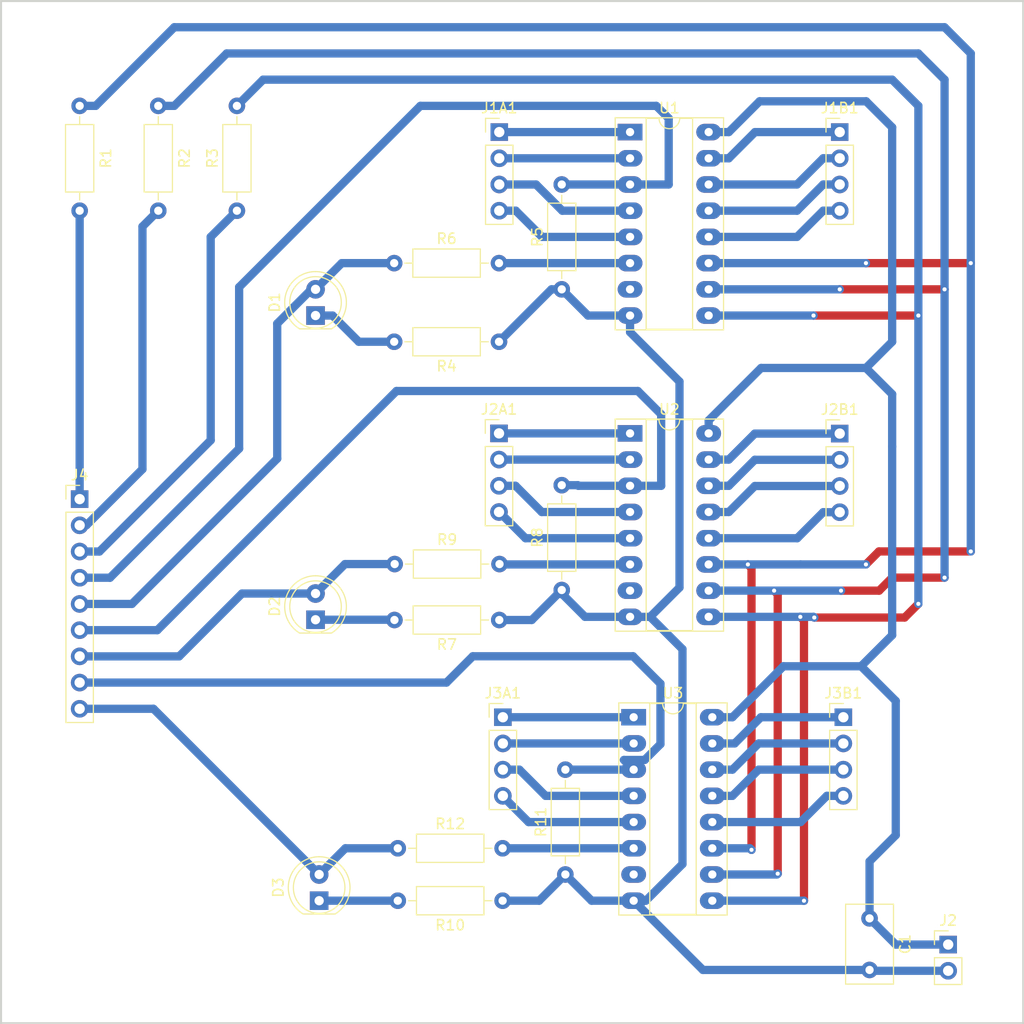
<source format=kicad_pcb>
(kicad_pcb (version 20211014) (generator pcbnew)
  (layers (0 "F.Cu" signal) (31 "B.Cu" signal) (34 "B.Paste" user) (35 "F.Paste" user) (36 "B.SilkS" user "B.Silkscreen") (37 "F.SilkS" user "F.Silkscreen") (38 "B.Mask" user) (39 "F.Mask" user) (44 "Edge.Cuts" user))
  (net 0 "")
  (net 1 "+5V")
  (net 2 "GND")
  (net 3 "Net-(D1-Pad1)")
  (net 4 "J4_U1_INH")
  (net 5 "Net-(D2-Pad1)")
  (net 6 "J4_U2_INH")
  (net 7 "Net-(D3-Pad1)")
  (net 8 "J4_U3_INH")
  (net 9 "J1_X0")
  (net 10 "J1_X1")
  (net 11 "J1_X2")
  (net 12 "J1_X3")
  (net 13 "J1_X4")
  (net 14 "J1_X5")
  (net 15 "J1_X6")
  (net 16 "J1_X7")
  (net 17 "J2_X0")
  (net 18 "J2_X1")
  (net 19 "J2_X2")
  (net 20 "J2_X3")
  (net 21 "J2_X4")
  (net 22 "J2_X5")
  (net 23 "J2_X6")
  (net 24 "J2_X7")
  (net 25 "J3_X0")
  (net 26 "J3_X1")
  (net 27 "J3_X2")
  (net 28 "J3_X3")
  (net 29 "J3_X4")
  (net 30 "J3_X5")
  (net 31 "J3_X6")
  (net 32 "J3_X7")
  (net 33 "J4_A")
  (net 34 "J4_B")
  (net 35 "J4_C")
  (net 36 "J4_U1_X")
  (net 37 "J4_U2_X")
  (net 38 "J4_U3_X")
  (net 39 "Net-(R3-Pad2)")
  (net 40 "Net-(R6-Pad2)")
  (net 41 "Net-(R12-Pad2)")
  (net 45 "Net-(R1-Pad2)")
  (net 46 "Net-(R2-Pad2)")
  (net 47 "Net-(R9-Pad2)")
  (footprint "Resistor_THT:R_Axial_DIN0207_L6.3mm_D2.5mm_P10.16mm_Horizontal" (layer "F.Cu") (at 171.530135 135.448895 90)
    (fp_text reference "R11" (at 5.08 -2.37 90) (layer "F.SilkS"))
    (fp_text value "R10K")
    (pad "1" thru_hole circle locked (at 0 0 90) (size 1.6 1.6) (drill 0.8) (layers *.Cu *.Mask) (net 2 "GND"))
    (pad "2" thru_hole oval locked (at 10.16 0 90) (size 1.6 1.6) (drill 0.8) (layers *.Cu *.Mask) (net 38 "J4_U3_X"))
  )
  (footprint "Connector_PinHeader_2.54mm:PinHeader_1x04_P2.54mm_Vertical" (layer "F.Cu") (at 165.475135 120.208895)
    (fp_text reference "J3A1" (at 0 -2.33) (layer "F.SilkS"))
    (fp_text value "Conn_01x04_Male")
    (pad "1" thru_hole rect locked (at 0 0) (size 1.7 1.7) (drill 1) (layers *.Cu *.Mask) (net 29 "J3_X4"))
    (pad "2" thru_hole oval locked (at 0 2.54) (size 1.7 1.7) (drill 1) (layers *.Cu *.Mask) (net 31 "J3_X6"))
    (pad "3" thru_hole oval locked (at 0 5.08) (size 1.7 1.7) (drill 1) (layers *.Cu *.Mask) (net 32 "J3_X7"))
    (pad "4" thru_hole oval locked (at 0 7.62) (size 1.7 1.7) (drill 1) (layers *.Cu *.Mask) (net 30 "J3_X5"))
  )
  (footprint "Package_DIP:DIP-16_W7.62mm_Socket_LongPads" (layer "F.Cu") (at 177.8 63.5)
    (fp_text reference "U1" (at 3.81 -2.33) (layer "F.SilkS"))
    (fp_text value "CD4051B")
    (pad "1" thru_hole rect locked (at 0 0) (size 2.4 1.6) (drill 0.8) (layers *.Cu *.Mask) (net 13 "J1_X4"))
    (pad "2" thru_hole oval locked (at 0 2.54) (size 2.4 1.6) (drill 0.8) (layers *.Cu *.Mask) (net 15 "J1_X6"))
    (pad "3" thru_hole oval locked (at 0 5.08) (size 2.4 1.6) (drill 0.8) (layers *.Cu *.Mask) (net 36 "J4_U1_X"))
    (pad "4" thru_hole oval locked (at 0 7.62) (size 2.4 1.6) (drill 0.8) (layers *.Cu *.Mask) (net 16 "J1_X7"))
    (pad "5" thru_hole oval locked (at 0 10.16) (size 2.4 1.6) (drill 0.8) (layers *.Cu *.Mask) (net 14 "J1_X5"))
    (pad "6" thru_hole oval locked (at 0 12.7) (size 2.4 1.6) (drill 0.8) (layers *.Cu *.Mask) (net 40 "Net-(R6-Pad2)"))
    (pad "7" thru_hole oval locked (at 0 15.24) (size 2.4 1.6) (drill 0.8) (layers *.Cu *.Mask))
    (pad "8" thru_hole oval locked (at 0 17.78) (size 2.4 1.6) (drill 0.8) (layers *.Cu *.Mask) (net 2 "GND"))
    (pad "9" thru_hole oval locked (at 7.62 17.78) (size 2.4 1.6) (drill 0.8) (layers *.Cu *.Mask) (net 39 "Net-(R3-Pad2)"))
    (pad "10" thru_hole oval locked (at 7.62 15.24) (size 2.4 1.6) (drill 0.8) (layers *.Cu *.Mask) (net 46 "Net-(R2-Pad2)"))
    (pad "11" thru_hole oval locked (at 7.62 12.7) (size 2.4 1.6) (drill 0.8) (layers *.Cu *.Mask) (net 45 "Net-(R1-Pad2)"))
    (pad "12" thru_hole oval locked (at 7.62 10.16) (size 2.4 1.6) (drill 0.8) (layers *.Cu *.Mask) (net 12 "J1_X3"))
    (pad "13" thru_hole oval locked (at 7.62 7.62) (size 2.4 1.6) (drill 0.8) (layers *.Cu *.Mask) (net 9 "J1_X0"))
    (pad "14" thru_hole oval locked (at 7.62 5.08) (size 2.4 1.6) (drill 0.8) (layers *.Cu *.Mask) (net 10 "J1_X1"))
    (pad "15" thru_hole oval locked (at 7.62 2.54) (size 2.4 1.6) (drill 0.8) (layers *.Cu *.Mask) (net 11 "J1_X2"))
    (pad "16" thru_hole oval locked (at 7.62 0) (size 2.4 1.6) (drill 0.8) (layers *.Cu *.Mask) (net 1 "+5V"))
  )
  (footprint "Connector_PinHeader_2.54mm:PinHeader_1x04_P2.54mm_Vertical" (layer "F.Cu") (at 165.1 92.7)
    (fp_text reference "J2A1" (at 0 -2.33) (layer "F.SilkS"))
    (fp_text value "Conn_01x04_Male")
    (pad "1" thru_hole rect locked (at 0 0) (size 1.7 1.7) (drill 1) (layers *.Cu *.Mask) (net 21 "J2_X4"))
    (pad "2" thru_hole oval locked (at 0 2.54) (size 1.7 1.7) (drill 1) (layers *.Cu *.Mask) (net 23 "J2_X6"))
    (pad "3" thru_hole oval locked (at 0 5.08) (size 1.7 1.7) (drill 1) (layers *.Cu *.Mask) (net 24 "J2_X7"))
    (pad "4" thru_hole oval locked (at 0 7.62) (size 1.7 1.7) (drill 1) (layers *.Cu *.Mask) (net 22 "J2_X5"))
  )
  (footprint "Resistor_THT:R_Axial_DIN0207_L6.3mm_D2.5mm_P10.16mm_Horizontal" (layer "F.Cu") (at 155.290135 132.908895)
    (fp_text reference "R12" (at 5.08 -2.37) (layer "F.SilkS"))
    (fp_text value "R1K")
    (pad "1" thru_hole circle locked (at 0 0) (size 1.6 1.6) (drill 0.8) (layers *.Cu *.Mask) (net 8 "J4_U3_INH"))
    (pad "2" thru_hole oval locked (at 10.16 0) (size 1.6 1.6) (drill 0.8) (layers *.Cu *.Mask) (net 41 "Net-(R12-Pad2)"))
  )
  (footprint "Resistor_THT:R_Axial_DIN0207_L6.3mm_D2.5mm_P10.16mm_Horizontal" (layer "F.Cu") (at 139.7 71.12 90)
    (fp_text reference "R3" (at 5.08 -2.37 90) (layer "F.SilkS"))
    (fp_text value "R1K")
    (pad "1" thru_hole circle locked (at 0 0 90) (size 1.6 1.6) (drill 0.8) (layers *.Cu *.Mask) (net 35 "J4_C"))
    (pad "2" thru_hole oval locked (at 10.16 0 90) (size 1.6 1.6) (drill 0.8) (layers *.Cu *.Mask) (net 39 "Net-(R3-Pad2)"))
  )
  (footprint "LED_THT:LED_D5.0mm" (layer "F.Cu") (at 147.32 81.28 90)
    (fp_text reference "D1" (at 1.27 -3.96 90) (layer "F.SilkS"))
    (fp_text value "LED")
    (pad "1" thru_hole rect locked (at 0 0 90) (size 1.8 1.8) (drill 0.9) (layers *.Cu *.Mask) (net 3 "Net-(D1-Pad1)"))
    (pad "2" thru_hole circle locked (at 2.54 0 90) (size 1.8 1.8) (drill 0.9) (layers *.Cu *.Mask) (net 4 "J4_U1_INH"))
  )
  (footprint "Connector_PinHeader_2.54mm:PinHeader_1x04_P2.54mm_Vertical" (layer "F.Cu") (at 165.125 63.5)
    (fp_text reference "J1A1" (at 0 -2.33) (layer "F.SilkS"))
    (fp_text value "Conn_01x04_Male")
    (pad "1" thru_hole rect locked (at 0 0) (size 1.7 1.7) (drill 1) (layers *.Cu *.Mask) (net 13 "J1_X4"))
    (pad "2" thru_hole oval locked (at 0 2.54) (size 1.7 1.7) (drill 1) (layers *.Cu *.Mask) (net 15 "J1_X6"))
    (pad "3" thru_hole oval locked (at 0 5.08) (size 1.7 1.7) (drill 1) (layers *.Cu *.Mask) (net 16 "J1_X7"))
    (pad "4" thru_hole oval locked (at 0 7.62) (size 1.7 1.7) (drill 1) (layers *.Cu *.Mask) (net 14 "J1_X5"))
  )
  (footprint "Resistor_THT:R_Axial_DIN0207_L6.3mm_D2.5mm_P10.16mm_Horizontal" (layer "F.Cu") (at 165.450135 137.988895 180)
    (fp_text reference "R10" (at 5.08 -2.37) (layer "F.SilkS"))
    (fp_text value "R2.2K")
    (pad "1" thru_hole circle locked (at 0 0 180) (size 1.6 1.6) (drill 0.8) (layers *.Cu *.Mask) (net 2 "GND"))
    (pad "2" thru_hole oval locked (at 10.16 0 180) (size 1.6 1.6) (drill 0.8) (layers *.Cu *.Mask) (net 7 "Net-(D3-Pad1)"))
  )
  (footprint "Resistor_THT:R_Axial_DIN0207_L6.3mm_D2.5mm_P10.16mm_Horizontal" (layer "F.Cu") (at 171.18 107.88 90)
    (fp_text reference "R8" (at 5.08 -2.37 90) (layer "F.SilkS"))
    (fp_text value "R10K")
    (pad "1" thru_hole circle locked (at 0 0 90) (size 1.6 1.6) (drill 0.8) (layers *.Cu *.Mask) (net 2 "GND"))
    (pad "2" thru_hole oval locked (at 10.16 0 90) (size 1.6 1.6) (drill 0.8) (layers *.Cu *.Mask) (net 37 "J4_U2_X"))
  )
  (footprint "Resistor_THT:R_Axial_DIN0207_L6.3mm_D2.5mm_P10.16mm_Horizontal" (layer "F.Cu") (at 124.46 71.12 90)
    (fp_text reference "R1" (at 5.08 2.54 90) (layer "F.SilkS"))
    (fp_text value "R1K")
    (pad "1" thru_hole circle locked (at 0 0 90) (size 1.6 1.6) (drill 0.8) (layers *.Cu *.Mask) (net 33 "J4_A"))
    (pad "2" thru_hole oval locked (at 10.16 0 90) (size 1.6 1.6) (drill 0.8) (layers *.Cu *.Mask) (net 45 "Net-(R1-Pad2)"))
  )
  (footprint "Resistor_THT:R_Axial_DIN0207_L6.3mm_D2.5mm_P10.16mm_Horizontal" (layer "F.Cu") (at 132.08 71.12 90)
    (fp_text reference "R2" (at 5.08 2.54 90) (layer "F.SilkS"))
    (fp_text value "R1K")
    (pad "1" thru_hole circle locked (at 0 0 90) (size 1.6 1.6) (drill 0.8) (layers *.Cu *.Mask) (net 34 "J4_B"))
    (pad "2" thru_hole oval locked (at 10.16 0 90) (size 1.6 1.6) (drill 0.8) (layers *.Cu *.Mask) (net 46 "Net-(R2-Pad2)"))
  )
  (footprint "Package_DIP:DIP-16_W7.62mm_Socket_LongPads" (layer "F.Cu") (at 178.150135 120.208895)
    (fp_text reference "U3" (at 3.81 -2.33) (layer "F.SilkS"))
    (fp_text value "CD4051B")
    (pad "1" thru_hole rect locked (at 0 0) (size 2.4 1.6) (drill 0.8) (layers *.Cu *.Mask) (net 29 "J3_X4"))
    (pad "2" thru_hole oval locked (at 0 2.54) (size 2.4 1.6) (drill 0.8) (layers *.Cu *.Mask) (net 31 "J3_X6"))
    (pad "3" thru_hole oval locked (at 0 5.08) (size 2.4 1.6) (drill 0.8) (layers *.Cu *.Mask) (net 38 "J4_U3_X"))
    (pad "4" thru_hole oval locked (at 0 7.62) (size 2.4 1.6) (drill 0.8) (layers *.Cu *.Mask) (net 32 "J3_X7"))
    (pad "5" thru_hole oval locked (at 0 10.16) (size 2.4 1.6) (drill 0.8) (layers *.Cu *.Mask) (net 30 "J3_X5"))
    (pad "6" thru_hole oval locked (at 0 12.7) (size 2.4 1.6) (drill 0.8) (layers *.Cu *.Mask) (net 41 "Net-(R12-Pad2)"))
    (pad "7" thru_hole oval locked (at 0 15.24) (size 2.4 1.6) (drill 0.8) (layers *.Cu *.Mask))
    (pad "8" thru_hole oval locked (at 0 17.78) (size 2.4 1.6) (drill 0.8) (layers *.Cu *.Mask) (net 2 "GND"))
    (pad "9" thru_hole oval locked (at 7.62 17.78) (size 2.4 1.6) (drill 0.8) (layers *.Cu *.Mask) (net 39 "Net-(R3-Pad2)"))
    (pad "10" thru_hole oval locked (at 7.62 15.24) (size 2.4 1.6) (drill 0.8) (layers *.Cu *.Mask) (net 46 "Net-(R2-Pad2)"))
    (pad "11" thru_hole oval locked (at 7.62 12.7) (size 2.4 1.6) (drill 0.8) (layers *.Cu *.Mask) (net 45 "Net-(R1-Pad2)"))
    (pad "12" thru_hole oval locked (at 7.62 10.16) (size 2.4 1.6) (drill 0.8) (layers *.Cu *.Mask) (net 28 "J3_X3"))
    (pad "13" thru_hole oval locked (at 7.62 7.62) (size 2.4 1.6) (drill 0.8) (layers *.Cu *.Mask) (net 25 "J3_X0"))
    (pad "14" thru_hole oval locked (at 7.62 5.08) (size 2.4 1.6) (drill 0.8) (layers *.Cu *.Mask) (net 26 "J3_X1"))
    (pad "15" thru_hole oval locked (at 7.62 2.54) (size 2.4 1.6) (drill 0.8) (layers *.Cu *.Mask) (net 27 "J3_X2"))
    (pad "16" thru_hole oval locked (at 7.62 0) (size 2.4 1.6) (drill 0.8) (layers *.Cu *.Mask) (net 1 "+5V"))
  )
  (footprint "Resistor_THT:R_Axial_DIN0207_L6.3mm_D2.5mm_P10.16mm_Horizontal" (layer "F.Cu") (at 165.1 83.82 180)
    (fp_text reference "R4" (at 5.08 -2.37) (layer "F.SilkS"))
    (fp_text value "R2.2K")
    (pad "1" thru_hole circle locked (at 0 0 180) (size 1.6 1.6) (drill 0.8) (layers *.Cu *.Mask) (net 2 "GND"))
    (pad "2" thru_hole oval locked (at 10.16 0 180) (size 1.6 1.6) (drill 0.8) (layers *.Cu *.Mask) (net 3 "Net-(D1-Pad1)"))
  )
  (footprint "Resistor_THT:R_Axial_DIN0207_L6.3mm_D2.5mm_P10.16mm_Horizontal" (layer "F.Cu") (at 171.18 78.74 90)
    (fp_text reference "R5" (at 5.08 -2.37 90) (layer "F.SilkS"))
    (fp_text value "R10K")
    (pad "1" thru_hole circle locked (at 0 0 90) (size 1.6 1.6) (drill 0.8) (layers *.Cu *.Mask) (net 2 "GND"))
    (pad "2" thru_hole oval locked (at 10.16 0 90) (size 1.6 1.6) (drill 0.8) (layers *.Cu *.Mask) (net 36 "J4_U1_X"))
  )
  (footprint "Capacitor_THT:C_Disc_D7.5mm_W4.4mm_P5.00mm" (layer "F.Cu") (at 201.010135 139.7 -90)
    (fp_text reference "C1" (at 2.5 -3.45 90) (layer "F.SilkS"))
    (fp_text value "C104")
    (pad "1" thru_hole circle locked (at 0 0 270) (size 1.6 1.6) (drill 0.8) (layers *.Cu *.Mask) (net 1 "+5V"))
    (pad "2" thru_hole circle locked (at 5 0 270) (size 1.6 1.6) (drill 0.8) (layers *.Cu *.Mask) (net 2 "GND"))
  )
  (footprint "Resistor_THT:R_Axial_DIN0207_L6.3mm_D2.5mm_P10.16mm_Horizontal" (layer "F.Cu") (at 154.94 76.2)
    (fp_text reference "R6" (at 5.08 -2.37) (layer "F.SilkS"))
    (fp_text value "R1K")
    (pad "1" thru_hole circle locked (at 0 0) (size 1.6 1.6) (drill 0.8) (layers *.Cu *.Mask) (net 4 "J4_U1_INH"))
    (pad "2" thru_hole oval locked (at 10.16 0) (size 1.6 1.6) (drill 0.8) (layers *.Cu *.Mask) (net 40 "Net-(R6-Pad2)"))
  )
  (footprint "LED_THT:LED_D5.0mm" (layer "F.Cu") (at 147.670135 137.988895 90)
    (fp_text reference "D3" (at 1.27 -3.96 90) (layer "F.SilkS"))
    (fp_text value "LED")
    (pad "1" thru_hole rect locked (at 0 0 90) (size 1.8 1.8) (drill 0.9) (layers *.Cu *.Mask) (net 7 "Net-(D3-Pad1)"))
    (pad "2" thru_hole circle locked (at 2.54 0 90) (size 1.8 1.8) (drill 0.9) (layers *.Cu *.Mask) (net 8 "J4_U3_INH"))
  )
  (footprint "Connector_PinHeader_2.54mm:PinHeader_1x09_P2.54mm_Vertical" (layer "F.Cu") (at 124.46 99.07)
    (fp_text reference "J4" (at 0 -2.33) (layer "F.SilkS"))
    (fp_text value "Conn_01x09_Male")
    (pad "1" thru_hole rect locked (at 0 0) (size 1.7 1.7) (drill 1) (layers *.Cu *.Mask) (net 33 "J4_A"))
    (pad "2" thru_hole oval locked (at 0 2.54) (size 1.7 1.7) (drill 1) (layers *.Cu *.Mask) (net 34 "J4_B"))
    (pad "3" thru_hole oval locked (at 0 5.08) (size 1.7 1.7) (drill 1) (layers *.Cu *.Mask) (net 35 "J4_C"))
    (pad "4" thru_hole oval locked (at 0 7.62) (size 1.7 1.7) (drill 1) (layers *.Cu *.Mask) (net 36 "J4_U1_X"))
    (pad "5" thru_hole oval locked (at 0 10.16) (size 1.7 1.7) (drill 1) (layers *.Cu *.Mask) (net 4 "J4_U1_INH"))
    (pad "6" thru_hole oval locked (at 0 12.7) (size 1.7 1.7) (drill 1) (layers *.Cu *.Mask) (net 37 "J4_U2_X"))
    (pad "7" thru_hole oval locked (at 0 15.24) (size 1.7 1.7) (drill 1) (layers *.Cu *.Mask) (net 6 "J4_U2_INH"))
    (pad "8" thru_hole oval locked (at 0 17.78) (size 1.7 1.7) (drill 1) (layers *.Cu *.Mask) (net 38 "J4_U3_X"))
    (pad "9" thru_hole oval locked (at 0 20.32) (size 1.7 1.7) (drill 1) (layers *.Cu *.Mask) (net 8 "J4_U3_INH"))
  )
  (footprint "Package_DIP:DIP-16_W7.62mm_Socket_LongPads" (layer "F.Cu") (at 177.8 92.7)
    (fp_text reference "U2" (at 3.81 -2.33) (layer "F.SilkS"))
    (fp_text value "CD4051B")
    (pad "1" thru_hole rect locked (at 0 0) (size 2.4 1.6) (drill 0.8) (layers *.Cu *.Mask) (net 21 "J2_X4"))
    (pad "2" thru_hole oval locked (at 0 2.54) (size 2.4 1.6) (drill 0.8) (layers *.Cu *.Mask) (net 23 "J2_X6"))
    (pad "3" thru_hole oval locked (at 0 5.08) (size 2.4 1.6) (drill 0.8) (layers *.Cu *.Mask) (net 37 "J4_U2_X"))
    (pad "4" thru_hole oval locked (at 0 7.62) (size 2.4 1.6) (drill 0.8) (layers *.Cu *.Mask) (net 24 "J2_X7"))
    (pad "5" thru_hole oval locked (at 0 10.16) (size 2.4 1.6) (drill 0.8) (layers *.Cu *.Mask) (net 22 "J2_X5"))
    (pad "6" thru_hole oval locked (at 0 12.7) (size 2.4 1.6) (drill 0.8) (layers *.Cu *.Mask) (net 47 "Net-(R9-Pad2)"))
    (pad "7" thru_hole oval locked (at 0 15.24) (size 2.4 1.6) (drill 0.8) (layers *.Cu *.Mask))
    (pad "8" thru_hole oval locked (at 0 17.78) (size 2.4 1.6) (drill 0.8) (layers *.Cu *.Mask) (net 2 "GND"))
    (pad "9" thru_hole oval locked (at 7.62 17.78) (size 2.4 1.6) (drill 0.8) (layers *.Cu *.Mask) (net 39 "Net-(R3-Pad2)"))
    (pad "10" thru_hole oval locked (at 7.62 15.24) (size 2.4 1.6) (drill 0.8) (layers *.Cu *.Mask) (net 46 "Net-(R2-Pad2)"))
    (pad "11" thru_hole oval locked (at 7.62 12.7) (size 2.4 1.6) (drill 0.8) (layers *.Cu *.Mask) (net 45 "Net-(R1-Pad2)"))
    (pad "12" thru_hole oval locked (at 7.62 10.16) (size 2.4 1.6) (drill 0.8) (layers *.Cu *.Mask) (net 20 "J2_X3"))
    (pad "13" thru_hole oval locked (at 7.62 7.62) (size 2.4 1.6) (drill 0.8) (layers *.Cu *.Mask) (net 17 "J2_X0"))
    (pad "14" thru_hole oval locked (at 7.62 5.08) (size 2.4 1.6) (drill 0.8) (layers *.Cu *.Mask) (net 18 "J2_X1"))
    (pad "15" thru_hole oval locked (at 7.62 2.54) (size 2.4 1.6) (drill 0.8) (layers *.Cu *.Mask) (net 19 "J2_X2"))
    (pad "16" thru_hole oval locked (at 7.62 0) (size 2.4 1.6) (drill 0.8) (layers *.Cu *.Mask) (net 1 "+5V"))
  )
  (footprint "Connector_PinHeader_2.54mm:PinHeader_1x02_P2.54mm_Vertical" (layer "F.Cu") (at 208.630135 142.24)
    (fp_text reference "J2" (at 0 -2.33) (layer "F.SilkS"))
    (fp_text value "Conn_01x02_Male")
    (pad "1" thru_hole rect locked (at 0 0) (size 1.7 1.7) (drill 1) (layers *.Cu *.Mask) (net 1 "+5V"))
    (pad "2" thru_hole oval locked (at 0 2.54) (size 1.7 1.7) (drill 1) (layers *.Cu *.Mask) (net 2 "GND"))
  )
  (footprint "Resistor_THT:R_Axial_DIN0207_L6.3mm_D2.5mm_P10.16mm_Horizontal" (layer "F.Cu") (at 154.988986 105.364666)
    (fp_text reference "R9" (at 5.08 -2.37) (layer "F.SilkS"))
    (fp_text value "R1K")
    (pad "1" thru_hole circle locked (at 0 0) (size 1.6 1.6) (drill 0.8) (layers *.Cu *.Mask) (net 6 "J4_U2_INH"))
    (pad "2" thru_hole oval locked (at 10.16 0) (size 1.6 1.6) (drill 0.8) (layers *.Cu *.Mask) (net 47 "Net-(R9-Pad2)"))
  )
  (footprint "Connector_PinHeader_2.54mm:PinHeader_1x04_P2.54mm_Vertical" (layer "F.Cu") (at 198.12 92.72)
    (fp_text reference "J2B1" (at 0 -2.33) (layer "F.SilkS"))
    (fp_text value "Conn_01x04_Male")
    (pad "1" thru_hole rect locked (at 0 0) (size 1.7 1.7) (drill 1) (layers *.Cu *.Mask) (net 19 "J2_X2"))
    (pad "2" thru_hole oval locked (at 0 2.54) (size 1.7 1.7) (drill 1) (layers *.Cu *.Mask) (net 18 "J2_X1"))
    (pad "3" thru_hole oval locked (at 0 5.08) (size 1.7 1.7) (drill 1) (layers *.Cu *.Mask) (net 17 "J2_X0"))
    (pad "4" thru_hole oval locked (at 0 7.62) (size 1.7 1.7) (drill 1) (layers *.Cu *.Mask) (net 20 "J2_X3"))
  )
  (footprint "Connector_PinHeader_2.54mm:PinHeader_1x04_P2.54mm_Vertical" (layer "F.Cu") (at 198.12 63.5)
    (fp_text reference "J1B1" (at 0 -2.33) (layer "F.SilkS"))
    (fp_text value "Conn_01x04_Male")
    (pad "1" thru_hole rect locked (at 0 0) (size 1.7 1.7) (drill 1) (layers *.Cu *.Mask) (net 11 "J1_X2"))
    (pad "2" thru_hole oval locked (at 0 2.54) (size 1.7 1.7) (drill 1) (layers *.Cu *.Mask) (net 10 "J1_X1"))
    (pad "3" thru_hole oval locked (at 0 5.08) (size 1.7 1.7) (drill 1) (layers *.Cu *.Mask) (net 9 "J1_X0"))
    (pad "4" thru_hole oval locked (at 0 7.62) (size 1.7 1.7) (drill 1) (layers *.Cu *.Mask) (net 12 "J1_X3"))
  )
  (footprint "Resistor_THT:R_Axial_DIN0207_L6.3mm_D2.5mm_P10.16mm_Horizontal" (layer "F.Cu") (at 165.126648 110.785803 180)
    (fp_text reference "R7" (at 5.08 -2.37) (layer "F.SilkS"))
    (fp_text value "R2.2K")
    (pad "1" thru_hole circle locked (at 0 0 180) (size 1.6 1.6) (drill 0.8) (layers *.Cu *.Mask) (net 2 "GND"))
    (pad "2" thru_hole oval locked (at 10.16 0 180) (size 1.6 1.6) (drill 0.8) (layers *.Cu *.Mask) (net 5 "Net-(D2-Pad1)"))
  )
  (footprint "Connector_PinHeader_2.54mm:PinHeader_1x04_P2.54mm_Vertical" (layer "F.Cu") (at 198.470135 120.208895)
    (fp_text reference "J3B1" (at 0 -2.33) (layer "F.SilkS"))
    (fp_text value "Conn_01x04_Male")
    (pad "1" thru_hole rect locked (at 0 0) (size 1.7 1.7) (drill 1) (layers *.Cu *.Mask) (net 27 "J3_X2"))
    (pad "2" thru_hole oval locked (at 0 2.54) (size 1.7 1.7) (drill 1) (layers *.Cu *.Mask) (net 26 "J3_X1"))
    (pad "3" thru_hole oval locked (at 0 5.08) (size 1.7 1.7) (drill 1) (layers *.Cu *.Mask) (net 25 "J3_X0"))
    (pad "4" thru_hole oval locked (at 0 7.62) (size 1.7 1.7) (drill 1) (layers *.Cu *.Mask) (net 28 "J3_X3"))
  )
  (footprint "LED_THT:LED_D5.0mm" (layer "F.Cu") (at 147.32 110.76 90)
    (fp_text reference "D2" (at 1.27 -3.96 90) (layer "F.SilkS"))
    (fp_text value "LED")
    (pad "1" thru_hole rect locked (at 0 0 90) (size 1.8 1.8) (drill 0.9) (layers *.Cu *.Mask) (net 5 "Net-(D2-Pad1)"))
    (pad "2" thru_hole circle locked (at 2.54 0 90) (size 1.8 1.8) (drill 0.9) (layers *.Cu *.Mask) (net 6 "J4_U2_INH"))
  )
  (gr_line (start 215.9 50.8) (end 215.9 149.86) (layer "Edge.Cuts") (width 0.2))
  (gr_line (start 116.84 50.8) (end 215.9 50.8) (layer "Edge.Cuts") (width 0.2))
  (gr_line (start 116.84 149.86) (end 116.84 50.8) (layer "Edge.Cuts") (width 0.2))
  (gr_line (start 215.9 149.86) (end 116.84 149.86) (layer "Edge.Cuts") (width 0.2))
  (segment (start 185.770135 120.208895) (end 187.720435 120.208895) (width 0.8) (layer "B.Cu") (net 1))
  (segment (start 187.3703 63.5) (end 190.353769 60.516531) (width 0.8) (layer "B.Cu") (net 1))
  (segment (start 203.2 88.9) (end 200.66 86.36) (width 0.8) (layer "B.Cu") (net 1))
  (segment (start 185.42 91.44) (end 185.42 92.7) (width 0.8) (layer "B.Cu") (net 1))
  (segment (start 201.010135 134.178895) (end 201.010135 139.7) (width 0.8) (layer "B.Cu") (net 1))
  (segment (start 187.720435 120.208895) (end 192.660524 115.268806) (width 0.8) (layer "B.Cu") (net 1))
  (segment (start 203.550135 118.628746) (end 203.550135 131.638895) (width 0.8) (layer "B.Cu") (net 1))
  (segment (start 203.550135 142.24) (end 201.010135 139.7) (width 0.8) (layer "B.Cu") (net 1))
  (segment (start 203.550135 131.638895) (end 201.010135 134.178895) (width 0.8) (layer "B.Cu") (net 1))
  (segment (start 203.2 93.98) (end 203.2 88.9) (width 0.8) (layer "B.Cu") (net 1))
  (segment (start 203.2 112.259001) (end 200.190195 115.268806) (width 0.8) (layer "B.Cu") (net 1))
  (segment (start 190.5 86.36) (end 185.42 91.44) (width 0.8) (layer "B.Cu") (net 1))
  (segment (start 203.2 83.82) (end 200.66 86.36) (width 0.8) (layer "B.Cu") (net 1))
  (segment (start 200.66 86.36) (end 190.5 86.36) (width 0.8) (layer "B.Cu") (net 1))
  (segment (start 185.42 63.5) (end 187.3703 63.5) (width 0.8) (layer "B.Cu") (net 1))
  (segment (start 192.660524 115.268806) (end 200.190195 115.268806) (width 0.8) (layer "B.Cu") (net 1))
  (segment (start 208.630135 142.24) (end 203.550135 142.24) (width 0.8) (layer "B.Cu") (net 1))
  (segment (start 203.2 63.039915) (end 203.2 83.82) (width 0.8) (layer "B.Cu") (net 1))
  (segment (start 200.676616 60.516531) (end 203.2 63.039915) (width 0.8) (layer "B.Cu") (net 1))
  (segment (start 203.550135 118.628746) (end 200.190195 115.268806) (width 0.8) (layer "B.Cu") (net 1))
  (segment (start 203.2 93.98) (end 203.2 112.259001) (width 0.8) (layer "B.Cu") (net 1))
  (segment (start 190.353769 60.516531) (end 200.676616 60.516531) (width 0.8) (layer "B.Cu") (net 1))
  (segment (start 178.442235 137.988895) (end 179.329967 137.988895) (width 0.8) (layer "B.Cu") (net 2))
  (segment (start 170.18 78.74) (end 165.1 83.82) (width 0.8) (layer "B.Cu") (net 2))
  (segment (start 182.591886 87.67952) (end 177.8 82.887634) (width 0.8) (layer "B.Cu") (net 2))
  (segment (start 171.18 108.22) (end 171.18 107.88) (width 0.8) (layer "B.Cu") (net 2))
  (segment (start 208.630135 144.78) (end 201.090135 144.78) (width 0.8) (layer "B.Cu") (net 2))
  (segment (start 173.72 81.28) (end 177.8 81.28) (width 0.8) (layer "B.Cu") (net 2))
  (segment (start 168.990135 137.988895) (end 171.530135 135.448895) (width 0.8) (layer "B.Cu") (net 2))
  (segment (start 173.44 110.48) (end 177.8 110.48) (width 0.8) (layer "B.Cu") (net 2))
  (segment (start 178.150135 137.988895) (end 174.070135 137.988895) (width 0.8) (layer "B.Cu") (net 2))
  (segment (start 177.8 82.887634) (end 177.8 81.28) (width 0.8) (layer "B.Cu") (net 2))
  (segment (start 171.18 78.74) (end 170.18 78.74) (width 0.8) (layer "B.Cu") (net 2))
  (segment (start 182.88 113.6097) (end 179.7503 110.48) (width 0.8) (layer "B.Cu") (net 2))
  (segment (start 182.88 134.438862) (end 182.88 113.6097) (width 0.8) (layer "B.Cu") (net 2))
  (segment (start 184.86124 144.7) (end 178.150135 137.988895) (width 0.8) (layer "B.Cu") (net 2))
  (segment (start 179.7503 110.48) (end 177.8 110.48) (width 0.8) (layer "B.Cu") (net 2))
  (segment (start 179.329967 137.988895) (end 182.88 134.438862) (width 0.8) (layer "B.Cu") (net 2))
  (segment (start 165.126648 110.785803) (end 168.274197 110.785803) (width 0.8) (layer "B.Cu") (net 2))
  (segment (start 168.274197 110.785803) (end 171.18 107.88) (width 0.8) (layer "B.Cu") (net 2))
  (segment (start 174.070135 137.988895) (end 171.530135 135.448895) (width 0.8) (layer "B.Cu") (net 2))
  (segment (start 182.591886 107.638414) (end 182.591886 87.67952) (width 0.8) (layer "B.Cu") (net 2))
  (segment (start 171.18 78.74) (end 173.72 81.28) (width 0.8) (layer "B.Cu") (net 2))
  (segment (start 178.442235 137.988895) (end 178.150135 137.988895) (width 0.8) (layer "B.Cu") (net 2))
  (segment (start 201.010135 144.7) (end 184.86124 144.7) (width 0.8) (layer "B.Cu") (net 2))
  (segment (start 165.450135 137.988895) (end 168.990135 137.988895) (width 0.8) (layer "B.Cu") (net 2))
  (segment (start 173.44 110.48) (end 171.18 108.22) (width 0.8) (layer "B.Cu") (net 2))
  (segment (start 179.7503 110.48) (end 182.591886 107.638414) (width 0.8) (layer "B.Cu") (net 2))
  (segment (start 147.32 81.28) (end 148.9703 81.28) (width 0.8) (layer "B.Cu") (net 3))
  (segment (start 154.94 83.82) (end 151.5103 83.82) (width 0.8) (layer "B.Cu") (net 3))
  (segment (start 151.5103 83.82) (end 148.9703 81.28) (width 0.8) (layer "B.Cu") (net 3))
  (segment (start 143.6056 82.0575) (end 146.9231 78.74) (width 0.8) (layer "B.Cu") (net 4))
  (segment (start 124.46 109.23) (end 129.521793 109.23) (width 0.8) (layer "B.Cu") (net 4))
  (segment (start 129.521793 109.23) (end 143.6056 95.146193) (width 0.8) (layer "B.Cu") (net 4))
  (segment (start 149.86 76.2) (end 147.32 78.74) (width 0.8) (layer "B.Cu") (net 4))
  (segment (start 154.94 76.2) (end 149.86 76.2) (width 0.8) (layer "B.Cu") (net 4))
  (segment (start 146.9231 78.74) (end 147.32 78.74) (width 0.8) (layer "B.Cu") (net 4))
  (segment (start 143.6056 95.146193) (end 143.6056 82.0575) (width 0.8) (layer "B.Cu") (net 4))
  (segment (start 154.940845 110.76) (end 154.966648 110.785803) (width 0.8) (layer "B.Cu") (net 5))
  (segment (start 147.32 110.76) (end 154.940845 110.76) (width 0.8) (layer "B.Cu") (net 5))
  (segment (start 154.988986 105.364666) (end 150.175334 105.364666) (width 0.8) (layer "B.Cu") (net 6))
  (segment (start 140.191461 108.22) (end 147.32 108.22) (width 0.8) (layer "B.Cu") (net 6))
  (segment (start 124.46 114.31) (end 134.101461 114.31) (width 0.8) (layer "B.Cu") (net 6))
  (segment (start 134.101461 114.31) (end 140.191461 108.22) (width 0.8) (layer "B.Cu") (net 6))
  (segment (start 150.175334 105.364666) (end 147.32 108.22) (width 0.8) (layer "B.Cu") (net 6))
  (segment (start 147.670135 137.988895) (end 155.290135 137.988895) (width 0.8) (layer "B.Cu") (net 7))
  (segment (start 155.290135 132.908895) (end 150.210135 132.908895) (width 0.8) (layer "B.Cu") (net 8))
  (segment (start 131.61124 119.39) (end 147.670135 135.448895) (width 0.8) (layer "B.Cu") (net 8))
  (segment (start 150.210135 132.908895) (end 147.670135 135.448895) (width 0.8) (layer "B.Cu") (net 8))
  (segment (start 124.46 119.39) (end 131.61124 119.39) (width 0.8) (layer "B.Cu") (net 8))
  (segment (start 198.12 68.58) (end 196.5197 68.58) (width 0.8) (layer "B.Cu") (net 9))
  (segment (start 185.42 71.12) (end 193.9797 71.12) (width 0.8) (layer "B.Cu") (net 9))
  (segment (start 193.9797 71.12) (end 196.5197 68.58) (width 0.8) (layer "B.Cu") (net 9))
  (segment (start 198.12 66.04) (end 196.5197 66.04) (width 0.8) (layer "B.Cu") (net 10))
  (segment (start 185.42 68.58) (end 193.9797 68.58) (width 0.8) (layer "B.Cu") (net 10))
  (segment (start 193.9797 68.58) (end 196.5197 66.04) (width 0.8) (layer "B.Cu") (net 10))
  (segment (start 187.3703 66.04) (end 189.9103 63.5) (width 0.8) (layer "B.Cu") (net 11))
  (segment (start 189.9103 63.5) (end 198.12 63.5) (width 0.8) (layer "B.Cu") (net 11))
  (segment (start 185.42 66.04) (end 187.3703 66.04) (width 0.8) (layer "B.Cu") (net 11))
  (segment (start 198.12 71.12) (end 196.5197 71.12) (width 0.8) (layer "B.Cu") (net 12))
  (segment (start 185.42 73.66) (end 193.9797 73.66) (width 0.8) (layer "B.Cu") (net 12))
  (segment (start 193.9797 73.66) (end 196.5197 71.12) (width 0.8) (layer "B.Cu") (net 12))
  (segment (start 177.8 63.5) (end 165.125 63.5) (width 0.8) (layer "B.Cu") (net 13))
  (segment (start 177.8 73.66) (end 169.2653 73.66) (width 0.8) (layer "B.Cu") (net 14))
  (segment (start 169.2653 73.66) (end 166.7253 71.12) (width 0.8) (layer "B.Cu") (net 14))
  (segment (start 165.125 71.12) (end 166.7253 71.12) (width 0.8) (layer "B.Cu") (net 14))
  (segment (start 177.8 66.04) (end 165.125 66.04) (width 0.8) (layer "B.Cu") (net 15))
  (segment (start 171.23 71.12) (end 168.69 68.58) (width 0.8) (layer "B.Cu") (net 16))
  (segment (start 168.69 68.58) (end 165.125 68.58) (width 0.8) (layer "B.Cu") (net 16))
  (segment (start 177.8 71.12) (end 171.23 71.12) (width 0.8) (layer "B.Cu") (net 16))
  (segment (start 189.8903 97.8) (end 198.12 97.8) (width 0.8) (layer "B.Cu") (net 17))
  (segment (start 185.42 100.32) (end 187.3703 100.32) (width 0.8) (layer "B.Cu") (net 17))
  (segment (start 187.3703 100.32) (end 189.8903 97.8) (width 0.8) (layer "B.Cu") (net 17))
  (segment (start 189.8903 95.26) (end 198.12 95.26) (width 0.8) (layer "B.Cu") (net 18))
  (segment (start 187.3703 97.78) (end 189.8903 95.26) (width 0.8) (layer "B.Cu") (net 18))
  (segment (start 185.42 97.78) (end 187.3703 97.78) (width 0.8) (layer "B.Cu") (net 18))
  (segment (start 185.42 95.24) (end 187.3703 95.24) (width 0.8) (layer "B.Cu") (net 19))
  (segment (start 189.8903 92.72) (end 198.12 92.72) (width 0.8) (layer "B.Cu") (net 19))
  (segment (start 187.3703 95.24) (end 189.8903 92.72) (width 0.8) (layer "B.Cu") (net 19))
  (segment (start 193.9997 102.86) (end 196.5197 100.34) (width 0.8) (layer "B.Cu") (net 20))
  (segment (start 198.12 100.34) (end 196.5197 100.34) (width 0.8) (layer "B.Cu") (net 20))
  (segment (start 185.42 102.86) (end 193.9997 102.86) (width 0.8) (layer "B.Cu") (net 20))
  (segment (start 177.8 92.7) (end 165.1 92.7) (width 0.8) (layer "B.Cu") (net 21))
  (segment (start 167.666711 102.86) (end 165.126711 100.32) (width 0.8) (layer "B.Cu") (net 22))
  (segment (start 165.126711 100.32) (end 165.1 100.32) (width 0.8) (layer "B.Cu") (net 22))
  (segment (start 177.8 102.86) (end 167.666711 102.86) (width 0.8) (layer "B.Cu") (net 22))
  (segment (start 177.8 95.24) (end 165.1 95.24) (width 0.8) (layer "B.Cu") (net 23))
  (segment (start 177.8 100.32) (end 169.2403 100.32) (width 0.8) (layer "B.Cu") (net 24))
  (segment (start 165.1 97.78) (end 166.7003 97.78) (width 0.8) (layer "B.Cu") (net 24))
  (segment (start 169.2403 100.32) (end 166.7003 97.78) (width 0.8) (layer "B.Cu") (net 24))
  (segment (start 187.720435 127.828895) (end 190.260435 125.288895) (width 0.8) (layer "B.Cu") (net 25))
  (segment (start 190.260435 125.288895) (end 198.470135 125.288895) (width 0.8) (layer "B.Cu") (net 25))
  (segment (start 185.770135 127.828895) (end 187.720435 127.828895) (width 0.8) (layer "B.Cu") (net 25))
  (segment (start 187.720435 125.288895) (end 190.260435 122.748895) (width 0.8) (layer "B.Cu") (net 26))
  (segment (start 185.770135 125.288895) (end 187.720435 125.288895) (width 0.8) (layer "B.Cu") (net 26))
  (segment (start 190.260435 122.748895) (end 198.470135 122.748895) (width 0.8) (layer "B.Cu") (net 26))
  (segment (start 185.770135 122.748895) (end 187.939035 122.748895) (width 0.8) (layer "B.Cu") (net 27))
  (segment (start 187.939035 122.748895) (end 190.479035 120.208895) (width 0.8) (layer "B.Cu") (net 27))
  (segment (start 190.479035 120.208895) (end 198.470135 120.208895) (width 0.8) (layer "B.Cu") (net 27))
  (segment (start 194.329835 130.368895) (end 196.869835 127.828895) (width 0.8) (layer "B.Cu") (net 28))
  (segment (start 185.770135 130.368895) (end 194.329835 130.368895) (width 0.8) (layer "B.Cu") (net 28))
  (segment (start 198.470135 127.828895) (end 196.869835 127.828895) (width 0.8) (layer "B.Cu") (net 28))
  (segment (start 178.150135 120.208895) (end 165.475135 120.208895) (width 0.8) (layer "B.Cu") (net 29))
  (segment (start 178.150135 130.368895) (end 167.96385 130.368895) (width 0.8) (layer "B.Cu") (net 30))
  (segment (start 167.96385 130.368895) (end 165.475135 127.88018) (width 0.8) (layer "B.Cu") (net 30))
  (segment (start 165.475135 127.88018) (end 165.475135 127.828895) (width 0.8) (layer "B.Cu") (net 30))
  (segment (start 178.150135 122.748895) (end 165.475135 122.748895) (width 0.8) (layer "B.Cu") (net 31))
  (segment (start 178.150135 127.828895) (end 169.615435 127.828895) (width 0.8) (layer "B.Cu") (net 32))
  (segment (start 165.475135 125.288895) (end 167.075435 125.288895) (width 0.8) (layer "B.Cu") (net 32))
  (segment (start 169.615435 127.828895) (end 167.075435 125.288895) (width 0.8) (layer "B.Cu") (net 32))
  (segment (start 124.46 71.12) (end 124.46 99.07) (width 0.8) (layer "B.Cu") (net 33))
  (segment (start 130.546899 96.167522) (end 125.104421 101.61) (width 0.8) (layer "B.Cu") (net 34))
  (segment (start 125.104421 101.61) (end 124.46 101.61) (width 0.8) (layer "B.Cu") (net 34))
  (segment (start 132.08 71.12) (end 130.546899 72.653101) (width 0.8) (layer "B.Cu") (net 34))
  (segment (start 130.546899 72.653101) (end 130.546899 96.167522) (width 0.8) (layer "B.Cu") (net 34))
  (segment (start 137.16 73.66) (end 139.7 71.12) (width 0.8) (layer "B.Cu") (net 35))
  (segment (start 137.16 93.367358) (end 137.16 73.66) (width 0.8) (layer "B.Cu") (net 35))
  (segment (start 124.46 104.15) (end 126.377358 104.15) (width 0.8) (layer "B.Cu") (net 35))
  (segment (start 126.377358 104.15) (end 137.16 93.367358) (width 0.8) (layer "B.Cu") (net 35))
  (segment (start 171.18 68.58) (end 177.8 68.58) (width 0.8) (layer "B.Cu") (net 36))
  (segment (start 181.544943 68.58) (end 177.8 68.58) (width 0.8) (layer "B.Cu") (net 36))
  (segment (start 139.915303 78.524697) (end 157.48 60.96) (width 0.8) (layer "B.Cu") (net 36))
  (segment (start 181.544943 62.164943) (end 181.544943 68.58) (width 0.8) (layer "B.Cu") (net 36))
  (segment (start 139.915303 94.173372) (end 139.915303 78.524697) (width 0.8) (layer "B.Cu") (net 36))
  (segment (start 127.398675 106.69) (end 139.915303 94.173372) (width 0.8) (layer "B.Cu") (net 36))
  (segment (start 124.46 106.69) (end 127.398675 106.69) (width 0.8) (layer "B.Cu") (net 36))
  (segment (start 157.48 60.96) (end 180.34 60.96) (width 0.8) (layer "B.Cu") (net 36))
  (segment (start 180.34 60.96) (end 181.544943 62.164943) (width 0.8) (layer "B.Cu") (net 36))
  (segment (start 171.18 97.72) (end 172.7303 97.72) (width 0.8) (layer "B.Cu") (net 37))
  (segment (start 155.165579 88.591879) (end 131.987458 111.77) (width 0.8) (layer "B.Cu") (net 37))
  (segment (start 177.8 97.78) (end 180.815187 97.78) (width 0.8) (layer "B.Cu") (net 37))
  (segment (start 131.987458 111.77) (end 124.46 111.77) (width 0.8) (layer "B.Cu") (net 37))
  (segment (start 180.815187 97.78) (end 180.815187 90.848768) (width 0.8) (layer "B.Cu") (net 37))
  (segment (start 180.815187 90.848768) (end 178.558298 88.591879) (width 0.8) (layer "B.Cu") (net 37))
  (segment (start 178.558298 88.591879) (end 155.165579 88.591879) (width 0.8) (layer "B.Cu") (net 37))
  (segment (start 172.7903 97.78) (end 177.8 97.78) (width 0.8) (layer "B.Cu") (net 37))
  (segment (start 172.7303 97.72) (end 172.7903 97.78) (width 0.8) (layer "B.Cu") (net 37))
  (segment (start 179.212677 124.348415) (end 177.209655 124.348415) (width 0.8) (layer "B.Cu") (net 38))
  (segment (start 171.530135 125.288895) (end 178.150135 125.288895) (width 0.8) (layer "B.Cu") (net 38))
  (segment (start 177.209655 124.348415) (end 178.150135 125.288895) (width 0.8) (layer "B.Cu") (net 38))
  (segment (start 162.56 114.3) (end 178.090131 114.3) (width 0.8) (layer "B.Cu") (net 38))
  (segment (start 180.745937 122.815155) (end 179.212677 124.348415) (width 0.8) (layer "B.Cu") (net 38))
  (segment (start 160.01 116.85) (end 162.56 114.3) (width 0.8) (layer "B.Cu") (net 38))
  (segment (start 178.090131 114.3) (end 180.745937 116.955806) (width 0.8) (layer "B.Cu") (net 38))
  (segment (start 180.745937 116.955806) (end 180.745937 122.815155) (width 0.8) (layer "B.Cu") (net 38))
  (segment (start 124.46 116.85) (end 160.01 116.85) (width 0.8) (layer "B.Cu") (net 38))
  (segment (start 204.411602 110.548398) (end 205.74 109.22) (width 0.8) (layer "F.Cu") (net 39))
  (segment (start 195.652569 110.548398) (end 204.411602 110.548398) (width 0.8) (layer "F.Cu") (net 39))
  (segment (start 194.3 110.48) (end 194.655556 110.835556) (width 0.8) (layer "F.Cu") (net 39))
  (segment (start 194.3 110.48) (end 194.305421 110.485421) (width 0.8) (layer "F.Cu") (net 39))
  (segment (start 195.58 81.28) (end 205.74 81.28) (width 0.8) (layer "F.Cu") (net 39))
  (segment (start 194.655556 110.835556) (end 194.655556 137.993727) (width 0.8) (layer "F.Cu") (net 39))
  (via (at 205.74 81.28) (size 0.8) (drill 0.4) (layers "F.Cu" "B.Cu") (net 39))
  (via (at 194.3 110.48) (size 0.8) (drill 0.4) (layers "F.Cu" "B.Cu") (net 39))
  (via (at 205.74 109.22) (size 0.8) (drill 0.4) (layers "F.Cu" "B.Cu") (net 39))
  (via (at 194.655556 137.993727) (size 0.8) (drill 0.4) (layers "F.Cu" "B.Cu") (net 39))
  (via (at 195.652569 110.548398) (size 0.8) (drill 0.4) (layers "F.Cu" "B.Cu") (net 39))
  (via (at 195.58 81.28) (size 0.8) (drill 0.4) (layers "F.Cu" "B.Cu") (net 39))
  (segment (start 205.74 81.28) (end 205.74 109.22) (width 0.8) (layer "B.Cu") (net 39))
  (segment (start 139.7 60.96) (end 142.24 58.42) (width 0.8) (layer "B.Cu") (net 39))
  (segment (start 185.42 110.48) (end 189.22 110.48) (width 0.8) (layer "B.Cu") (net 39))
  (segment (start 185.42 81.28) (end 195.58 81.28) (width 0.8) (layer "B.Cu") (net 39))
  (segment (start 142.24 58.42) (end 203.2 58.42) (width 0.8) (layer "B.Cu") (net 39))
  (segment (start 205.74 60.96) (end 205.74 81.28) (width 0.8) (layer "B.Cu") (net 39))
  (segment (start 203.2 58.42) (end 205.74 60.96) (width 0.8) (layer "B.Cu") (net 39))
  (segment (start 194.3 110.48) (end 195.584171 110.48) (width 0.8) (layer "B.Cu") (net 39))
  (segment (start 185.770135 137.988895) (end 194.650724 137.988895) (width 0.8) (layer "B.Cu") (net 39))
  (segment (start 189.22 110.48) (end 194.3 110.48) (width 0.8) (layer "B.Cu") (net 39))
  (segment (start 195.584171 110.48) (end 195.652569 110.548398) (width 0.8) (layer "B.Cu") (net 39))
  (segment (start 194.650724 137.988895) (end 194.655556 137.993727) (width 0.8) (layer "B.Cu") (net 39))
  (segment (start 165.1 76.2) (end 177.8 76.2) (width 0.8) (layer "B.Cu") (net 40))
  (segment (start 178.150135 132.908895) (end 165.450135 132.908895) (width 0.8) (layer "B.Cu") (net 41))
  (segment (start 189.570135 133.061428) (end 189.570135 105.750135) (width 0.8) (layer "F.Cu") (net 45))
  (segment (start 200.659148 105.4) (end 201.919148 104.14) (width 0.8) (layer "F.Cu") (net 45))
  (segment (start 189.570135 105.750135) (end 189.22 105.4) (width 0.8) (layer "F.Cu") (net 45))
  (segment (start 201.919148 104.14) (end 210.82 104.14) (width 0.8) (layer "F.Cu") (net 45))
  (segment (start 200.66 76.2) (end 210.82 76.2) (width 0.8) (layer "F.Cu") (net 45))
  (via (at 210.82 76.2) (size 0.8) (drill 0.4) (layers "F.Cu" "B.Cu") (net 45))
  (via (at 189.22 105.4) (size 0.8) (drill 0.4) (layers "F.Cu" "B.Cu") (net 45))
  (via (at 200.66 76.2) (size 0.8) (drill 0.4) (layers "F.Cu" "B.Cu") (net 45))
  (via (at 210.82 104.14) (size 0.8) (drill 0.4) (layers "F.Cu" "B.Cu") (net 45))
  (via (at 200.659148 105.4) (size 0.8) (drill 0.4) (layers "F.Cu" "B.Cu") (net 45))
  (via (at 189.570135 133.061428) (size 0.8) (drill 0.4) (layers "F.Cu" "B.Cu") (net 45))
  (segment (start 185.770135 132.908895) (end 189.417602 132.908895) (width 0.8) (layer "B.Cu") (net 45))
  (segment (start 210.82 55.88) (end 210.82 76.2) (width 0.8) (layer "B.Cu") (net 45))
  (segment (start 185.42 76.2) (end 200.66 76.2) (width 0.8) (layer "B.Cu") (net 45))
  (segment (start 185.42 105.4) (end 189.22 105.4) (width 0.8) (layer "B.Cu") (net 45))
  (segment (start 208.28 53.34) (end 210.82 55.88) (width 0.8) (layer "B.Cu") (net 45))
  (segment (start 210.82 76.2) (end 210.82 104.14) (width 0.8) (layer "B.Cu") (net 45))
  (segment (start 189.417602 132.908895) (end 189.570135 133.061428) (width 0.8) (layer "B.Cu") (net 45))
  (segment (start 194.32 105.4) (end 200.659148 105.4) (width 0.8) (layer "B.Cu") (net 45))
  (segment (start 133.6303 53.34) (end 208.28 53.34) (width 0.8) (layer "B.Cu") (net 45))
  (segment (start 124.46 60.96) (end 126.0103 60.96) (width 0.8) (layer "B.Cu") (net 45))
  (segment (start 189.22 105.4) (end 194.32 105.4) (width 0.8) (layer "B.Cu") (net 45))
  (segment (start 126.0103 60.96) (end 133.6303 53.34) (width 0.8) (layer "B.Cu") (net 45))
  (segment (start 208.28 78.74) (end 198.12 78.74) (width 0.8) (layer "F.Cu") (net 46))
  (segment (start 192.110135 108.290135) (end 191.76 107.94) (width 0.8) (layer "F.Cu") (net 46))
  (segment (start 198.243868 107.942091) (end 201.937909 107.942091) (width 0.8) (layer "F.Cu") (net 46))
  (segment (start 203.2 106.68) (end 208.28 106.68) (width 0.8) (layer "F.Cu") (net 46))
  (segment (start 192.110135 135.371745) (end 192.110135 108.290135) (width 0.8) (layer "F.Cu") (net 46))
  (segment (start 201.937909 107.942091) (end 203.2 106.68) (width 0.8) (layer "F.Cu") (net 46))
  (via (at 198.12 78.74) (size 0.8) (drill 0.4) (layers "F.Cu" "B.Cu") (net 46))
  (via (at 198.243868 107.942091) (size 0.8) (drill 0.4) (layers "F.Cu" "B.Cu") (net 46))
  (via (at 208.28 78.74) (size 0.8) (drill 0.4) (layers "F.Cu" "B.Cu") (net 46))
  (via (at 208.28 106.68) (size 0.8) (drill 0.4) (layers "F.Cu" "B.Cu") (net 46))
  (via (at 191.76 107.94) (size 0.8) (drill 0.4) (layers "F.Cu" "B.Cu") (net 46))
  (via (at 192.110135 135.371745) (size 0.8) (drill 0.4) (layers "F.Cu" "B.Cu") (net 46))
  (segment (start 205.74 55.88) (end 208.28 58.42) (width 0.8) (layer "B.Cu") (net 46))
  (segment (start 185.770135 135.448895) (end 192.032985 135.448895) (width 0.8) (layer "B.Cu") (net 46))
  (segment (start 208.28 78.74) (end 208.28 106.68) (width 0.8) (layer "B.Cu") (net 46))
  (segment (start 198.241777 107.94) (end 198.243868 107.942091) (width 0.8) (layer "B.Cu") (net 46))
  (segment (start 138.7103 55.88) (end 205.74 55.88) (width 0.8) (layer "B.Cu") (net 46))
  (segment (start 185.42 78.74) (end 198.12 78.74) (width 0.8) (layer "B.Cu") (net 46))
  (segment (start 133.6303 60.96) (end 138.7103 55.88) (width 0.8) (layer "B.Cu") (net 46))
  (segment (start 185.42 107.94) (end 191.76 107.94) (width 0.8) (layer "B.Cu") (net 46))
  (segment (start 191.76 107.94) (end 198.241777 107.94) (width 0.8) (layer "B.Cu") (net 46))
  (segment (start 132.08 60.96) (end 133.6303 60.96) (width 0.8) (layer "B.Cu") (net 46))
  (segment (start 192.032985 135.448895) (end 192.110135 135.371745) (width 0.8) (layer "B.Cu") (net 46))
  (segment (start 208.28 58.42) (end 208.28 78.74) (width 0.8) (layer "B.Cu") (net 46))
  (segment (start 177.8 105.4) (end 165.18432 105.4) (width 0.8) (layer "B.Cu") (net 47))
  (segment (start 165.18432 105.4) (end 165.148986 105.364666) (width 0.8) (layer "B.Cu") (net 47))
)
</source>
